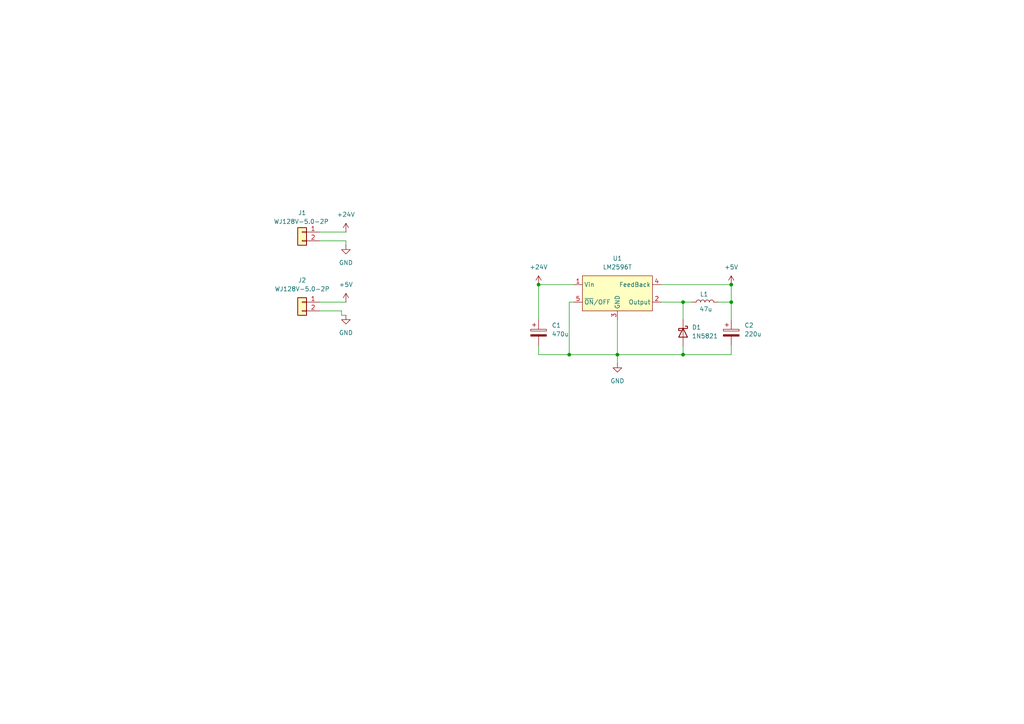
<source format=kicad_sch>
(kicad_sch
	(version 20250114)
	(generator "eeschema")
	(generator_version "9.0")
	(uuid "bc97a9c9-4b7d-42ca-bbc4-84bc0cf4423e")
	(paper "A4")
	(lib_symbols
		(symbol "ANLACO:LM2596T"
			(exclude_from_sim no)
			(in_bom yes)
			(on_board yes)
			(property "Reference" "U"
				(at -9.144 6.35 0)
				(effects
					(font
						(size 1.27 1.27)
					)
				)
			)
			(property "Value" "LM2596T"
				(at 6.096 6.096 0)
				(effects
					(font
						(size 1.27 1.27)
					)
				)
			)
			(property "Footprint" ""
				(at -2.54 -3.81 0)
				(effects
					(font
						(size 1.27 1.27)
					)
					(hide yes)
				)
			)
			(property "Datasheet" ""
				(at -2.54 -3.81 0)
				(effects
					(font
						(size 1.27 1.27)
					)
					(hide yes)
				)
			)
			(property "Description" ""
				(at -2.54 -3.81 0)
				(effects
					(font
						(size 1.27 1.27)
					)
					(hide yes)
				)
			)
			(symbol "LM2596T_0_1"
				(rectangle
					(start -10.16 5.08)
					(end 10.16 -5.08)
					(stroke
						(width 0)
						(type default)
					)
					(fill
						(type background)
					)
				)
			)
			(symbol "LM2596T_1_1"
				(pin input line
					(at -12.7 2.54 0)
					(length 2.54)
					(name "Vin"
						(effects
							(font
								(size 1.27 1.27)
							)
						)
					)
					(number "1"
						(effects
							(font
								(size 1.27 1.27)
							)
						)
					)
				)
				(pin output line
					(at -12.7 -2.54 0)
					(length 2.54)
					(name "~{ON}/OFF"
						(effects
							(font
								(size 1.27 1.27)
							)
						)
					)
					(number "5"
						(effects
							(font
								(size 1.27 1.27)
							)
						)
					)
				)
				(pin output line
					(at 0 -7.62 90)
					(length 2.54)
					(name "GND"
						(effects
							(font
								(size 1.27 1.27)
							)
						)
					)
					(number "3"
						(effects
							(font
								(size 1.27 1.27)
							)
						)
					)
				)
				(pin input line
					(at 12.7 2.54 180)
					(length 2.54)
					(name "FeedBack"
						(effects
							(font
								(size 1.27 1.27)
							)
						)
					)
					(number "4"
						(effects
							(font
								(size 1.27 1.27)
							)
						)
					)
				)
				(pin output line
					(at 12.7 -2.54 180)
					(length 2.54)
					(name "Output"
						(effects
							(font
								(size 1.27 1.27)
							)
						)
					)
					(number "2"
						(effects
							(font
								(size 1.27 1.27)
							)
						)
					)
				)
			)
			(embedded_fonts no)
		)
		(symbol "Connector_Generic:Conn_01x02"
			(pin_names
				(offset 1.016)
				(hide yes)
			)
			(exclude_from_sim no)
			(in_bom yes)
			(on_board yes)
			(property "Reference" "J"
				(at 0 2.54 0)
				(effects
					(font
						(size 1.27 1.27)
					)
				)
			)
			(property "Value" "Conn_01x02"
				(at 0 -5.08 0)
				(effects
					(font
						(size 1.27 1.27)
					)
				)
			)
			(property "Footprint" ""
				(at 0 0 0)
				(effects
					(font
						(size 1.27 1.27)
					)
					(hide yes)
				)
			)
			(property "Datasheet" "~"
				(at 0 0 0)
				(effects
					(font
						(size 1.27 1.27)
					)
					(hide yes)
				)
			)
			(property "Description" "Generic connector, single row, 01x02, script generated (kicad-library-utils/schlib/autogen/connector/)"
				(at 0 0 0)
				(effects
					(font
						(size 1.27 1.27)
					)
					(hide yes)
				)
			)
			(property "ki_keywords" "connector"
				(at 0 0 0)
				(effects
					(font
						(size 1.27 1.27)
					)
					(hide yes)
				)
			)
			(property "ki_fp_filters" "Connector*:*_1x??_*"
				(at 0 0 0)
				(effects
					(font
						(size 1.27 1.27)
					)
					(hide yes)
				)
			)
			(symbol "Conn_01x02_1_1"
				(rectangle
					(start -1.27 1.27)
					(end 1.27 -3.81)
					(stroke
						(width 0.254)
						(type default)
					)
					(fill
						(type background)
					)
				)
				(rectangle
					(start -1.27 0.127)
					(end 0 -0.127)
					(stroke
						(width 0.1524)
						(type default)
					)
					(fill
						(type none)
					)
				)
				(rectangle
					(start -1.27 -2.413)
					(end 0 -2.667)
					(stroke
						(width 0.1524)
						(type default)
					)
					(fill
						(type none)
					)
				)
				(pin passive line
					(at -5.08 0 0)
					(length 3.81)
					(name "Pin_1"
						(effects
							(font
								(size 1.27 1.27)
							)
						)
					)
					(number "1"
						(effects
							(font
								(size 1.27 1.27)
							)
						)
					)
				)
				(pin passive line
					(at -5.08 -2.54 0)
					(length 3.81)
					(name "Pin_2"
						(effects
							(font
								(size 1.27 1.27)
							)
						)
					)
					(number "2"
						(effects
							(font
								(size 1.27 1.27)
							)
						)
					)
				)
			)
			(embedded_fonts no)
		)
		(symbol "Device:C_Polarized"
			(pin_numbers
				(hide yes)
			)
			(pin_names
				(offset 0.254)
			)
			(exclude_from_sim no)
			(in_bom yes)
			(on_board yes)
			(property "Reference" "C"
				(at 0.635 2.54 0)
				(effects
					(font
						(size 1.27 1.27)
					)
					(justify left)
				)
			)
			(property "Value" "C_Polarized"
				(at 0.635 -2.54 0)
				(effects
					(font
						(size 1.27 1.27)
					)
					(justify left)
				)
			)
			(property "Footprint" ""
				(at 0.9652 -3.81 0)
				(effects
					(font
						(size 1.27 1.27)
					)
					(hide yes)
				)
			)
			(property "Datasheet" "~"
				(at 0 0 0)
				(effects
					(font
						(size 1.27 1.27)
					)
					(hide yes)
				)
			)
			(property "Description" "Polarized capacitor"
				(at 0 0 0)
				(effects
					(font
						(size 1.27 1.27)
					)
					(hide yes)
				)
			)
			(property "ki_keywords" "cap capacitor"
				(at 0 0 0)
				(effects
					(font
						(size 1.27 1.27)
					)
					(hide yes)
				)
			)
			(property "ki_fp_filters" "CP_*"
				(at 0 0 0)
				(effects
					(font
						(size 1.27 1.27)
					)
					(hide yes)
				)
			)
			(symbol "C_Polarized_0_1"
				(rectangle
					(start -2.286 0.508)
					(end 2.286 1.016)
					(stroke
						(width 0)
						(type default)
					)
					(fill
						(type none)
					)
				)
				(polyline
					(pts
						(xy -1.778 2.286) (xy -0.762 2.286)
					)
					(stroke
						(width 0)
						(type default)
					)
					(fill
						(type none)
					)
				)
				(polyline
					(pts
						(xy -1.27 2.794) (xy -1.27 1.778)
					)
					(stroke
						(width 0)
						(type default)
					)
					(fill
						(type none)
					)
				)
				(rectangle
					(start 2.286 -0.508)
					(end -2.286 -1.016)
					(stroke
						(width 0)
						(type default)
					)
					(fill
						(type outline)
					)
				)
			)
			(symbol "C_Polarized_1_1"
				(pin passive line
					(at 0 3.81 270)
					(length 2.794)
					(name "~"
						(effects
							(font
								(size 1.27 1.27)
							)
						)
					)
					(number "1"
						(effects
							(font
								(size 1.27 1.27)
							)
						)
					)
				)
				(pin passive line
					(at 0 -3.81 90)
					(length 2.794)
					(name "~"
						(effects
							(font
								(size 1.27 1.27)
							)
						)
					)
					(number "2"
						(effects
							(font
								(size 1.27 1.27)
							)
						)
					)
				)
			)
			(embedded_fonts no)
		)
		(symbol "Device:L"
			(pin_numbers
				(hide yes)
			)
			(pin_names
				(offset 1.016)
				(hide yes)
			)
			(exclude_from_sim no)
			(in_bom yes)
			(on_board yes)
			(property "Reference" "L"
				(at -1.27 0 90)
				(effects
					(font
						(size 1.27 1.27)
					)
				)
			)
			(property "Value" "L"
				(at 1.905 0 90)
				(effects
					(font
						(size 1.27 1.27)
					)
				)
			)
			(property "Footprint" ""
				(at 0 0 0)
				(effects
					(font
						(size 1.27 1.27)
					)
					(hide yes)
				)
			)
			(property "Datasheet" "~"
				(at 0 0 0)
				(effects
					(font
						(size 1.27 1.27)
					)
					(hide yes)
				)
			)
			(property "Description" "Inductor"
				(at 0 0 0)
				(effects
					(font
						(size 1.27 1.27)
					)
					(hide yes)
				)
			)
			(property "ki_keywords" "inductor choke coil reactor magnetic"
				(at 0 0 0)
				(effects
					(font
						(size 1.27 1.27)
					)
					(hide yes)
				)
			)
			(property "ki_fp_filters" "Choke_* *Coil* Inductor_* L_*"
				(at 0 0 0)
				(effects
					(font
						(size 1.27 1.27)
					)
					(hide yes)
				)
			)
			(symbol "L_0_1"
				(arc
					(start 0 2.54)
					(mid 0.6323 1.905)
					(end 0 1.27)
					(stroke
						(width 0)
						(type default)
					)
					(fill
						(type none)
					)
				)
				(arc
					(start 0 1.27)
					(mid 0.6323 0.635)
					(end 0 0)
					(stroke
						(width 0)
						(type default)
					)
					(fill
						(type none)
					)
				)
				(arc
					(start 0 0)
					(mid 0.6323 -0.635)
					(end 0 -1.27)
					(stroke
						(width 0)
						(type default)
					)
					(fill
						(type none)
					)
				)
				(arc
					(start 0 -1.27)
					(mid 0.6323 -1.905)
					(end 0 -2.54)
					(stroke
						(width 0)
						(type default)
					)
					(fill
						(type none)
					)
				)
			)
			(symbol "L_1_1"
				(pin passive line
					(at 0 3.81 270)
					(length 1.27)
					(name "1"
						(effects
							(font
								(size 1.27 1.27)
							)
						)
					)
					(number "1"
						(effects
							(font
								(size 1.27 1.27)
							)
						)
					)
				)
				(pin passive line
					(at 0 -3.81 90)
					(length 1.27)
					(name "2"
						(effects
							(font
								(size 1.27 1.27)
							)
						)
					)
					(number "2"
						(effects
							(font
								(size 1.27 1.27)
							)
						)
					)
				)
			)
			(embedded_fonts no)
		)
		(symbol "Diode:1N5821"
			(pin_numbers
				(hide yes)
			)
			(pin_names
				(offset 1.016)
				(hide yes)
			)
			(exclude_from_sim no)
			(in_bom yes)
			(on_board yes)
			(property "Reference" "D"
				(at 0 2.54 0)
				(effects
					(font
						(size 1.27 1.27)
					)
				)
			)
			(property "Value" "1N5821"
				(at 0 -2.54 0)
				(effects
					(font
						(size 1.27 1.27)
					)
				)
			)
			(property "Footprint" "Diode_THT:D_DO-201AD_P15.24mm_Horizontal"
				(at 0 -4.445 0)
				(effects
					(font
						(size 1.27 1.27)
					)
					(hide yes)
				)
			)
			(property "Datasheet" "http://www.vishay.com/docs/88526/1n5820.pdf"
				(at 0 0 0)
				(effects
					(font
						(size 1.27 1.27)
					)
					(hide yes)
				)
			)
			(property "Description" "30V 3A Schottky Barrier Rectifier Diode, DO-201AD"
				(at 0 0 0)
				(effects
					(font
						(size 1.27 1.27)
					)
					(hide yes)
				)
			)
			(property "ki_keywords" "diode Schottky"
				(at 0 0 0)
				(effects
					(font
						(size 1.27 1.27)
					)
					(hide yes)
				)
			)
			(property "ki_fp_filters" "D*DO?201AD*"
				(at 0 0 0)
				(effects
					(font
						(size 1.27 1.27)
					)
					(hide yes)
				)
			)
			(symbol "1N5821_0_1"
				(polyline
					(pts
						(xy -1.905 0.635) (xy -1.905 1.27) (xy -1.27 1.27) (xy -1.27 -1.27) (xy -0.635 -1.27) (xy -0.635 -0.635)
					)
					(stroke
						(width 0.254)
						(type default)
					)
					(fill
						(type none)
					)
				)
				(polyline
					(pts
						(xy 1.27 1.27) (xy 1.27 -1.27) (xy -1.27 0) (xy 1.27 1.27)
					)
					(stroke
						(width 0.254)
						(type default)
					)
					(fill
						(type none)
					)
				)
				(polyline
					(pts
						(xy 1.27 0) (xy -1.27 0)
					)
					(stroke
						(width 0)
						(type default)
					)
					(fill
						(type none)
					)
				)
			)
			(symbol "1N5821_1_1"
				(pin passive line
					(at -3.81 0 0)
					(length 2.54)
					(name "K"
						(effects
							(font
								(size 1.27 1.27)
							)
						)
					)
					(number "1"
						(effects
							(font
								(size 1.27 1.27)
							)
						)
					)
				)
				(pin passive line
					(at 3.81 0 180)
					(length 2.54)
					(name "A"
						(effects
							(font
								(size 1.27 1.27)
							)
						)
					)
					(number "2"
						(effects
							(font
								(size 1.27 1.27)
							)
						)
					)
				)
			)
			(embedded_fonts no)
		)
		(symbol "power:+24V"
			(power)
			(pin_numbers
				(hide yes)
			)
			(pin_names
				(offset 0)
				(hide yes)
			)
			(exclude_from_sim no)
			(in_bom yes)
			(on_board yes)
			(property "Reference" "#PWR"
				(at 0 -3.81 0)
				(effects
					(font
						(size 1.27 1.27)
					)
					(hide yes)
				)
			)
			(property "Value" "+24V"
				(at 0 3.556 0)
				(effects
					(font
						(size 1.27 1.27)
					)
				)
			)
			(property "Footprint" ""
				(at 0 0 0)
				(effects
					(font
						(size 1.27 1.27)
					)
					(hide yes)
				)
			)
			(property "Datasheet" ""
				(at 0 0 0)
				(effects
					(font
						(size 1.27 1.27)
					)
					(hide yes)
				)
			)
			(property "Description" "Power symbol creates a global label with name \"+24V\""
				(at 0 0 0)
				(effects
					(font
						(size 1.27 1.27)
					)
					(hide yes)
				)
			)
			(property "ki_keywords" "global power"
				(at 0 0 0)
				(effects
					(font
						(size 1.27 1.27)
					)
					(hide yes)
				)
			)
			(symbol "+24V_0_1"
				(polyline
					(pts
						(xy -0.762 1.27) (xy 0 2.54)
					)
					(stroke
						(width 0)
						(type default)
					)
					(fill
						(type none)
					)
				)
				(polyline
					(pts
						(xy 0 2.54) (xy 0.762 1.27)
					)
					(stroke
						(width 0)
						(type default)
					)
					(fill
						(type none)
					)
				)
				(polyline
					(pts
						(xy 0 0) (xy 0 2.54)
					)
					(stroke
						(width 0)
						(type default)
					)
					(fill
						(type none)
					)
				)
			)
			(symbol "+24V_1_1"
				(pin power_in line
					(at 0 0 90)
					(length 0)
					(name "~"
						(effects
							(font
								(size 1.27 1.27)
							)
						)
					)
					(number "1"
						(effects
							(font
								(size 1.27 1.27)
							)
						)
					)
				)
			)
			(embedded_fonts no)
		)
		(symbol "power:+5V"
			(power)
			(pin_numbers
				(hide yes)
			)
			(pin_names
				(offset 0)
				(hide yes)
			)
			(exclude_from_sim no)
			(in_bom yes)
			(on_board yes)
			(property "Reference" "#PWR"
				(at 0 -3.81 0)
				(effects
					(font
						(size 1.27 1.27)
					)
					(hide yes)
				)
			)
			(property "Value" "+5V"
				(at 0 3.556 0)
				(effects
					(font
						(size 1.27 1.27)
					)
				)
			)
			(property "Footprint" ""
				(at 0 0 0)
				(effects
					(font
						(size 1.27 1.27)
					)
					(hide yes)
				)
			)
			(property "Datasheet" ""
				(at 0 0 0)
				(effects
					(font
						(size 1.27 1.27)
					)
					(hide yes)
				)
			)
			(property "Description" "Power symbol creates a global label with name \"+5V\""
				(at 0 0 0)
				(effects
					(font
						(size 1.27 1.27)
					)
					(hide yes)
				)
			)
			(property "ki_keywords" "global power"
				(at 0 0 0)
				(effects
					(font
						(size 1.27 1.27)
					)
					(hide yes)
				)
			)
			(symbol "+5V_0_1"
				(polyline
					(pts
						(xy -0.762 1.27) (xy 0 2.54)
					)
					(stroke
						(width 0)
						(type default)
					)
					(fill
						(type none)
					)
				)
				(polyline
					(pts
						(xy 0 2.54) (xy 0.762 1.27)
					)
					(stroke
						(width 0)
						(type default)
					)
					(fill
						(type none)
					)
				)
				(polyline
					(pts
						(xy 0 0) (xy 0 2.54)
					)
					(stroke
						(width 0)
						(type default)
					)
					(fill
						(type none)
					)
				)
			)
			(symbol "+5V_1_1"
				(pin power_in line
					(at 0 0 90)
					(length 0)
					(name "~"
						(effects
							(font
								(size 1.27 1.27)
							)
						)
					)
					(number "1"
						(effects
							(font
								(size 1.27 1.27)
							)
						)
					)
				)
			)
			(embedded_fonts no)
		)
		(symbol "power:GND"
			(power)
			(pin_numbers
				(hide yes)
			)
			(pin_names
				(offset 0)
				(hide yes)
			)
			(exclude_from_sim no)
			(in_bom yes)
			(on_board yes)
			(property "Reference" "#PWR"
				(at 0 -6.35 0)
				(effects
					(font
						(size 1.27 1.27)
					)
					(hide yes)
				)
			)
			(property "Value" "GND"
				(at 0 -3.81 0)
				(effects
					(font
						(size 1.27 1.27)
					)
				)
			)
			(property "Footprint" ""
				(at 0 0 0)
				(effects
					(font
						(size 1.27 1.27)
					)
					(hide yes)
				)
			)
			(property "Datasheet" ""
				(at 0 0 0)
				(effects
					(font
						(size 1.27 1.27)
					)
					(hide yes)
				)
			)
			(property "Description" "Power symbol creates a global label with name \"GND\" , ground"
				(at 0 0 0)
				(effects
					(font
						(size 1.27 1.27)
					)
					(hide yes)
				)
			)
			(property "ki_keywords" "global power"
				(at 0 0 0)
				(effects
					(font
						(size 1.27 1.27)
					)
					(hide yes)
				)
			)
			(symbol "GND_0_1"
				(polyline
					(pts
						(xy 0 0) (xy 0 -1.27) (xy 1.27 -1.27) (xy 0 -2.54) (xy -1.27 -1.27) (xy 0 -1.27)
					)
					(stroke
						(width 0)
						(type default)
					)
					(fill
						(type none)
					)
				)
			)
			(symbol "GND_1_1"
				(pin power_in line
					(at 0 0 270)
					(length 0)
					(name "~"
						(effects
							(font
								(size 1.27 1.27)
							)
						)
					)
					(number "1"
						(effects
							(font
								(size 1.27 1.27)
							)
						)
					)
				)
			)
			(embedded_fonts no)
		)
	)
	(junction
		(at 212.09 82.55)
		(diameter 0)
		(color 0 0 0 0)
		(uuid "35c640ea-d336-4f28-859b-f37f3083f647")
	)
	(junction
		(at 179.07 102.87)
		(diameter 0)
		(color 0 0 0 0)
		(uuid "4ce1d7f7-3de7-4062-8f95-41488ebfa8e5")
	)
	(junction
		(at 212.09 87.63)
		(diameter 0)
		(color 0 0 0 0)
		(uuid "5b74c526-7581-46f9-84e6-7213c5c701f4")
	)
	(junction
		(at 165.1 102.87)
		(diameter 0)
		(color 0 0 0 0)
		(uuid "7d90c287-1fbf-4195-8871-9dc23221d07d")
	)
	(junction
		(at 198.12 87.63)
		(diameter 0)
		(color 0 0 0 0)
		(uuid "b0051d57-d6ff-4cd3-9198-de4ae9fda0a2")
	)
	(junction
		(at 198.12 102.87)
		(diameter 0)
		(color 0 0 0 0)
		(uuid "b3e85ba1-19e5-44b6-970a-a3a0719f2b27")
	)
	(junction
		(at 156.21 82.55)
		(diameter 0)
		(color 0 0 0 0)
		(uuid "d039d65f-1a12-4b0f-8a5a-e4013f12022e")
	)
	(wire
		(pts
			(xy 212.09 82.55) (xy 212.09 87.63)
		)
		(stroke
			(width 0)
			(type default)
		)
		(uuid "189bce9f-510d-40b6-b703-ecc16e973328")
	)
	(wire
		(pts
			(xy 198.12 92.71) (xy 198.12 87.63)
		)
		(stroke
			(width 0)
			(type default)
		)
		(uuid "2e798ffe-678f-4681-acf7-e1702cdd8768")
	)
	(wire
		(pts
			(xy 212.09 87.63) (xy 212.09 92.71)
		)
		(stroke
			(width 0)
			(type default)
		)
		(uuid "31d7fc61-28a4-45d9-922a-444d72a43027")
	)
	(wire
		(pts
			(xy 99.06 90.17) (xy 99.06 91.44)
		)
		(stroke
			(width 0)
			(type default)
		)
		(uuid "3647bcbb-bf2d-41e9-a69f-83cdb877031c")
	)
	(wire
		(pts
			(xy 99.06 91.44) (xy 100.33 91.44)
		)
		(stroke
			(width 0)
			(type default)
		)
		(uuid "3cde2a8e-0bc0-45a5-a6bb-b8eaacb04319")
	)
	(wire
		(pts
			(xy 156.21 102.87) (xy 165.1 102.87)
		)
		(stroke
			(width 0)
			(type default)
		)
		(uuid "4005215b-fca9-4145-b9bc-939d0fc89237")
	)
	(wire
		(pts
			(xy 179.07 102.87) (xy 179.07 105.41)
		)
		(stroke
			(width 0)
			(type default)
		)
		(uuid "538d5e1a-a12b-4039-b81b-09e3590b1dcf")
	)
	(wire
		(pts
			(xy 165.1 102.87) (xy 179.07 102.87)
		)
		(stroke
			(width 0)
			(type default)
		)
		(uuid "5e27295f-fbab-488b-bfd1-1647c70069a6")
	)
	(wire
		(pts
			(xy 156.21 100.33) (xy 156.21 102.87)
		)
		(stroke
			(width 0)
			(type default)
		)
		(uuid "5f88b0e2-1b4d-43bc-80de-340a7aa737cc")
	)
	(wire
		(pts
			(xy 100.33 69.85) (xy 100.33 71.12)
		)
		(stroke
			(width 0)
			(type default)
		)
		(uuid "648401b8-cecb-4367-8073-7fb5dd3af68a")
	)
	(wire
		(pts
			(xy 212.09 100.33) (xy 212.09 102.87)
		)
		(stroke
			(width 0)
			(type default)
		)
		(uuid "68019ae1-808e-45b6-8c7a-3a744c8205ee")
	)
	(wire
		(pts
			(xy 92.71 90.17) (xy 99.06 90.17)
		)
		(stroke
			(width 0)
			(type default)
		)
		(uuid "800a4c7e-0720-44e5-94f1-0e73a003056b")
	)
	(wire
		(pts
			(xy 198.12 87.63) (xy 200.66 87.63)
		)
		(stroke
			(width 0)
			(type default)
		)
		(uuid "84dd1cd8-4acf-4790-9d13-9f8e6d0ff8c2")
	)
	(wire
		(pts
			(xy 198.12 102.87) (xy 179.07 102.87)
		)
		(stroke
			(width 0)
			(type default)
		)
		(uuid "87e54354-f6f9-4eec-8dff-2d5a82e596fc")
	)
	(wire
		(pts
			(xy 198.12 87.63) (xy 191.77 87.63)
		)
		(stroke
			(width 0)
			(type default)
		)
		(uuid "8f60a0f4-ba2d-4dcd-bf20-760eb0190996")
	)
	(wire
		(pts
			(xy 208.28 87.63) (xy 212.09 87.63)
		)
		(stroke
			(width 0)
			(type default)
		)
		(uuid "91becc6f-d86a-4322-a001-d09541f2b026")
	)
	(wire
		(pts
			(xy 198.12 100.33) (xy 198.12 102.87)
		)
		(stroke
			(width 0)
			(type default)
		)
		(uuid "a666390d-c74d-4055-8a86-0275b7b76429")
	)
	(wire
		(pts
			(xy 92.71 67.31) (xy 100.33 67.31)
		)
		(stroke
			(width 0)
			(type default)
		)
		(uuid "b4f35c0d-7a02-49f3-a01b-acd7800bc647")
	)
	(wire
		(pts
			(xy 191.77 82.55) (xy 212.09 82.55)
		)
		(stroke
			(width 0)
			(type default)
		)
		(uuid "b7fd7985-3e7e-4930-8b92-39ccab94f5eb")
	)
	(wire
		(pts
			(xy 166.37 87.63) (xy 165.1 87.63)
		)
		(stroke
			(width 0)
			(type default)
		)
		(uuid "c26c9395-98ff-47e7-94d6-2d2acafa9697")
	)
	(wire
		(pts
			(xy 165.1 87.63) (xy 165.1 102.87)
		)
		(stroke
			(width 0)
			(type default)
		)
		(uuid "c336ec4b-146a-4755-8311-c5152df759d8")
	)
	(wire
		(pts
			(xy 212.09 102.87) (xy 198.12 102.87)
		)
		(stroke
			(width 0)
			(type default)
		)
		(uuid "db1ab1e4-c958-4bf0-8ca0-cdd452c990e9")
	)
	(wire
		(pts
			(xy 92.71 87.63) (xy 100.33 87.63)
		)
		(stroke
			(width 0)
			(type default)
		)
		(uuid "dd53bc76-b9ac-438d-8515-9f1b54c3c9a7")
	)
	(wire
		(pts
			(xy 156.21 92.71) (xy 156.21 82.55)
		)
		(stroke
			(width 0)
			(type default)
		)
		(uuid "e23ce27d-45ea-419e-9905-009d0972551c")
	)
	(wire
		(pts
			(xy 156.21 82.55) (xy 166.37 82.55)
		)
		(stroke
			(width 0)
			(type default)
		)
		(uuid "eab3a535-257e-4ef1-b402-5f63519683e8")
	)
	(wire
		(pts
			(xy 92.71 69.85) (xy 100.33 69.85)
		)
		(stroke
			(width 0)
			(type default)
		)
		(uuid "fa138810-3d57-42b4-9120-7cc9a368c911")
	)
	(wire
		(pts
			(xy 179.07 92.71) (xy 179.07 102.87)
		)
		(stroke
			(width 0)
			(type default)
		)
		(uuid "fd5b9551-f02c-4d97-8451-c734761ca7db")
	)
	(symbol
		(lib_id "Diode:1N5821")
		(at 198.12 96.52 270)
		(unit 1)
		(exclude_from_sim no)
		(in_bom yes)
		(on_board yes)
		(dnp no)
		(fields_autoplaced yes)
		(uuid "0137b79f-1fac-49a4-8cd7-5ea6c648bb51")
		(property "Reference" "D1"
			(at 200.66 94.9324 90)
			(effects
				(font
					(size 1.27 1.27)
				)
				(justify left)
			)
		)
		(property "Value" "1N5821"
			(at 200.66 97.4724 90)
			(effects
				(font
					(size 1.27 1.27)
				)
				(justify left)
			)
		)
		(property "Footprint" "Diode_THT:D_DO-201AD_P15.24mm_Horizontal"
			(at 193.675 96.52 0)
			(effects
				(font
					(size 1.27 1.27)
				)
				(hide yes)
			)
		)
		(property "Datasheet" "http://www.vishay.com/docs/88526/1n5820.pdf"
			(at 198.12 96.52 0)
			(effects
				(font
					(size 1.27 1.27)
				)
				(hide yes)
			)
		)
		(property "Description" "30V 3A Schottky Barrier Rectifier Diode, DO-201AD"
			(at 198.12 96.52 0)
			(effects
				(font
					(size 1.27 1.27)
				)
				(hide yes)
			)
		)
		(pin "1"
			(uuid "026f759b-b9ed-492f-94ad-11742cf3a494")
		)
		(pin "2"
			(uuid "1a692653-66e3-4ac3-96ab-900c85982780")
		)
		(instances
			(project "ESP-32-3DPRINTER-SHIELD"
				(path "/6c3ddc55-becd-433f-9ee2-a4e1108d5eba/c3da7e6f-427a-44cd-ab3f-ff3af211e9bd"
					(reference "D1")
					(unit 1)
				)
			)
		)
	)
	(symbol
		(lib_id "ANLACO:LM2596T")
		(at 179.07 85.09 0)
		(unit 1)
		(exclude_from_sim no)
		(in_bom yes)
		(on_board yes)
		(dnp no)
		(fields_autoplaced yes)
		(uuid "1eb0746e-7ebe-41b3-a952-dbd468d60dc0")
		(property "Reference" "U1"
			(at 179.07 74.93 0)
			(effects
				(font
					(size 1.27 1.27)
				)
			)
		)
		(property "Value" "LM2596T"
			(at 179.07 77.47 0)
			(effects
				(font
					(size 1.27 1.27)
				)
			)
		)
		(property "Footprint" "Package_TO_SOT_THT:TO-220-5_Vertical"
			(at 176.53 88.9 0)
			(effects
				(font
					(size 1.27 1.27)
				)
				(hide yes)
			)
		)
		(property "Datasheet" "https://www.lcsc.com/datasheet/lcsc_datasheet_2411121110_XBLW-LM2596T-5-0-XBLW_C41361394.pdf"
			(at 176.53 88.9 0)
			(effects
				(font
					(size 1.27 1.27)
				)
				(hide yes)
			)
		)
		(property "Description" ""
			(at 176.53 88.9 0)
			(effects
				(font
					(size 1.27 1.27)
				)
				(hide yes)
			)
		)
		(pin "1"
			(uuid "fcf880bd-0324-4872-9e80-063e392634e8")
		)
		(pin "4"
			(uuid "99e19a81-eef4-4db7-932a-d971f5f4a2ba")
		)
		(pin "2"
			(uuid "ba7afc5e-1e48-4b0f-8bc1-6680ce1c903e")
		)
		(pin "5"
			(uuid "1353ba52-2de9-4fb3-9deb-926fca3839d7")
		)
		(pin "3"
			(uuid "3f7e8757-c950-4d45-acc3-0a186a970648")
		)
		(instances
			(project "ESP-32-3DPRINTER-SHIELD"
				(path "/6c3ddc55-becd-433f-9ee2-a4e1108d5eba/c3da7e6f-427a-44cd-ab3f-ff3af211e9bd"
					(reference "U1")
					(unit 1)
				)
			)
		)
	)
	(symbol
		(lib_id "power:+5V")
		(at 100.33 87.63 0)
		(mirror y)
		(unit 1)
		(exclude_from_sim no)
		(in_bom yes)
		(on_board yes)
		(dnp no)
		(fields_autoplaced yes)
		(uuid "21d26d84-0e16-4259-9645-a6fa967a77d2")
		(property "Reference" "#PWR03"
			(at 100.33 91.44 0)
			(effects
				(font
					(size 1.27 1.27)
				)
				(hide yes)
			)
		)
		(property "Value" "+5V"
			(at 100.33 82.55 0)
			(effects
				(font
					(size 1.27 1.27)
				)
			)
		)
		(property "Footprint" ""
			(at 100.33 87.63 0)
			(effects
				(font
					(size 1.27 1.27)
				)
				(hide yes)
			)
		)
		(property "Datasheet" ""
			(at 100.33 87.63 0)
			(effects
				(font
					(size 1.27 1.27)
				)
				(hide yes)
			)
		)
		(property "Description" "Power symbol creates a global label with name \"+5V\""
			(at 100.33 87.63 0)
			(effects
				(font
					(size 1.27 1.27)
				)
				(hide yes)
			)
		)
		(pin "1"
			(uuid "862bafc3-93ac-4f3b-bd05-129f611e9e5f")
		)
		(instances
			(project "ESP-32-3DPRINTER-SHIELD"
				(path "/6c3ddc55-becd-433f-9ee2-a4e1108d5eba/c3da7e6f-427a-44cd-ab3f-ff3af211e9bd"
					(reference "#PWR03")
					(unit 1)
				)
			)
		)
	)
	(symbol
		(lib_id "Device:C_Polarized")
		(at 212.09 96.52 0)
		(unit 1)
		(exclude_from_sim no)
		(in_bom yes)
		(on_board yes)
		(dnp no)
		(fields_autoplaced yes)
		(uuid "3af3fd06-b9ad-4ada-abc9-b8e1ab452147")
		(property "Reference" "C2"
			(at 215.9 94.3609 0)
			(effects
				(font
					(size 1.27 1.27)
				)
				(justify left)
			)
		)
		(property "Value" "220u"
			(at 215.9 96.9009 0)
			(effects
				(font
					(size 1.27 1.27)
				)
				(justify left)
			)
		)
		(property "Footprint" ""
			(at 213.0552 100.33 0)
			(effects
				(font
					(size 1.27 1.27)
				)
				(hide yes)
			)
		)
		(property "Datasheet" "~"
			(at 212.09 96.52 0)
			(effects
				(font
					(size 1.27 1.27)
				)
				(hide yes)
			)
		)
		(property "Description" "Polarized capacitor"
			(at 212.09 96.52 0)
			(effects
				(font
					(size 1.27 1.27)
				)
				(hide yes)
			)
		)
		(pin "1"
			(uuid "c8befb19-8993-4584-802d-edd53e13cd3b")
		)
		(pin "2"
			(uuid "3ccb296f-12de-4d20-a0d9-107175cad511")
		)
		(instances
			(project "ESP-32-3DPRINTER-SHIELD"
				(path "/6c3ddc55-becd-433f-9ee2-a4e1108d5eba/c3da7e6f-427a-44cd-ab3f-ff3af211e9bd"
					(reference "C2")
					(unit 1)
				)
			)
		)
	)
	(symbol
		(lib_id "power:GND")
		(at 100.33 71.12 0)
		(unit 1)
		(exclude_from_sim no)
		(in_bom yes)
		(on_board yes)
		(dnp no)
		(fields_autoplaced yes)
		(uuid "5e678862-0701-4bfe-8321-b5ccac899fe3")
		(property "Reference" "#PWR02"
			(at 100.33 77.47 0)
			(effects
				(font
					(size 1.27 1.27)
				)
				(hide yes)
			)
		)
		(property "Value" "GND"
			(at 100.33 76.2 0)
			(effects
				(font
					(size 1.27 1.27)
				)
			)
		)
		(property "Footprint" ""
			(at 100.33 71.12 0)
			(effects
				(font
					(size 1.27 1.27)
				)
				(hide yes)
			)
		)
		(property "Datasheet" ""
			(at 100.33 71.12 0)
			(effects
				(font
					(size 1.27 1.27)
				)
				(hide yes)
			)
		)
		(property "Description" "Power symbol creates a global label with name \"GND\" , ground"
			(at 100.33 71.12 0)
			(effects
				(font
					(size 1.27 1.27)
				)
				(hide yes)
			)
		)
		(pin "1"
			(uuid "5a71376d-7ad0-43ad-a0c5-5796781d5993")
		)
		(instances
			(project "ESP-32-3DPRINTER-SHIELD"
				(path "/6c3ddc55-becd-433f-9ee2-a4e1108d5eba/c3da7e6f-427a-44cd-ab3f-ff3af211e9bd"
					(reference "#PWR02")
					(unit 1)
				)
			)
		)
	)
	(symbol
		(lib_id "power:+5V")
		(at 212.09 82.55 0)
		(unit 1)
		(exclude_from_sim no)
		(in_bom yes)
		(on_board yes)
		(dnp no)
		(fields_autoplaced yes)
		(uuid "688706d9-9921-4b61-88d2-8fb56726da56")
		(property "Reference" "#PWR07"
			(at 212.09 86.36 0)
			(effects
				(font
					(size 1.27 1.27)
				)
				(hide yes)
			)
		)
		(property "Value" "+5V"
			(at 212.09 77.47 0)
			(effects
				(font
					(size 1.27 1.27)
				)
			)
		)
		(property "Footprint" ""
			(at 212.09 82.55 0)
			(effects
				(font
					(size 1.27 1.27)
				)
				(hide yes)
			)
		)
		(property "Datasheet" ""
			(at 212.09 82.55 0)
			(effects
				(font
					(size 1.27 1.27)
				)
				(hide yes)
			)
		)
		(property "Description" "Power symbol creates a global label with name \"+5V\""
			(at 212.09 82.55 0)
			(effects
				(font
					(size 1.27 1.27)
				)
				(hide yes)
			)
		)
		(pin "1"
			(uuid "4f8ebdf0-12e7-4619-b066-25ee7da5bf74")
		)
		(instances
			(project "ESP-32-3DPRINTER-SHIELD"
				(path "/6c3ddc55-becd-433f-9ee2-a4e1108d5eba/c3da7e6f-427a-44cd-ab3f-ff3af211e9bd"
					(reference "#PWR07")
					(unit 1)
				)
			)
		)
	)
	(symbol
		(lib_id "Device:C_Polarized")
		(at 156.21 96.52 0)
		(unit 1)
		(exclude_from_sim no)
		(in_bom yes)
		(on_board yes)
		(dnp no)
		(fields_autoplaced yes)
		(uuid "aab372ae-e6f2-4d90-856b-21008e93540d")
		(property "Reference" "C1"
			(at 160.02 94.3609 0)
			(effects
				(font
					(size 1.27 1.27)
				)
				(justify left)
			)
		)
		(property "Value" "470u"
			(at 160.02 96.9009 0)
			(effects
				(font
					(size 1.27 1.27)
				)
				(justify left)
			)
		)
		(property "Footprint" ""
			(at 157.1752 100.33 0)
			(effects
				(font
					(size 1.27 1.27)
				)
				(hide yes)
			)
		)
		(property "Datasheet" "~"
			(at 156.21 96.52 0)
			(effects
				(font
					(size 1.27 1.27)
				)
				(hide yes)
			)
		)
		(property "Description" "Polarized capacitor"
			(at 156.21 96.52 0)
			(effects
				(font
					(size 1.27 1.27)
				)
				(hide yes)
			)
		)
		(pin "1"
			(uuid "9d6c1e49-6783-45f1-aba0-450a98519104")
		)
		(pin "2"
			(uuid "08a29aa3-e2da-46f5-8506-7a261c4e1943")
		)
		(instances
			(project "ESP-32-3DPRINTER-SHIELD"
				(path "/6c3ddc55-becd-433f-9ee2-a4e1108d5eba/c3da7e6f-427a-44cd-ab3f-ff3af211e9bd"
					(reference "C1")
					(unit 1)
				)
			)
		)
	)
	(symbol
		(lib_id "power:GND")
		(at 179.07 105.41 0)
		(unit 1)
		(exclude_from_sim no)
		(in_bom yes)
		(on_board yes)
		(dnp no)
		(fields_autoplaced yes)
		(uuid "af97a961-fcbd-4f8b-86dc-8b327270a650")
		(property "Reference" "#PWR06"
			(at 179.07 111.76 0)
			(effects
				(font
					(size 1.27 1.27)
				)
				(hide yes)
			)
		)
		(property "Value" "GND"
			(at 179.07 110.49 0)
			(effects
				(font
					(size 1.27 1.27)
				)
			)
		)
		(property "Footprint" ""
			(at 179.07 105.41 0)
			(effects
				(font
					(size 1.27 1.27)
				)
				(hide yes)
			)
		)
		(property "Datasheet" ""
			(at 179.07 105.41 0)
			(effects
				(font
					(size 1.27 1.27)
				)
				(hide yes)
			)
		)
		(property "Description" "Power symbol creates a global label with name \"GND\" , ground"
			(at 179.07 105.41 0)
			(effects
				(font
					(size 1.27 1.27)
				)
				(hide yes)
			)
		)
		(pin "1"
			(uuid "6f984329-2137-447e-bd83-a65cfac07908")
		)
		(instances
			(project "ESP-32-3DPRINTER-SHIELD"
				(path "/6c3ddc55-becd-433f-9ee2-a4e1108d5eba/c3da7e6f-427a-44cd-ab3f-ff3af211e9bd"
					(reference "#PWR06")
					(unit 1)
				)
			)
		)
	)
	(symbol
		(lib_id "power:+24V")
		(at 100.33 67.31 0)
		(unit 1)
		(exclude_from_sim no)
		(in_bom yes)
		(on_board yes)
		(dnp no)
		(fields_autoplaced yes)
		(uuid "afe853ad-0674-4043-9381-999ed910f48e")
		(property "Reference" "#PWR01"
			(at 100.33 71.12 0)
			(effects
				(font
					(size 1.27 1.27)
				)
				(hide yes)
			)
		)
		(property "Value" "+24V"
			(at 100.33 62.23 0)
			(effects
				(font
					(size 1.27 1.27)
				)
			)
		)
		(property "Footprint" ""
			(at 100.33 67.31 0)
			(effects
				(font
					(size 1.27 1.27)
				)
				(hide yes)
			)
		)
		(property "Datasheet" ""
			(at 100.33 67.31 0)
			(effects
				(font
					(size 1.27 1.27)
				)
				(hide yes)
			)
		)
		(property "Description" "Power symbol creates a global label with name \"+24V\""
			(at 100.33 67.31 0)
			(effects
				(font
					(size 1.27 1.27)
				)
				(hide yes)
			)
		)
		(pin "1"
			(uuid "2184a1a0-8913-4430-ac6e-33bc20ba47dc")
		)
		(instances
			(project "ESP-32-3DPRINTER-SHIELD"
				(path "/6c3ddc55-becd-433f-9ee2-a4e1108d5eba/c3da7e6f-427a-44cd-ab3f-ff3af211e9bd"
					(reference "#PWR01")
					(unit 1)
				)
			)
		)
	)
	(symbol
		(lib_id "power:GND")
		(at 100.33 91.44 0)
		(mirror y)
		(unit 1)
		(exclude_from_sim no)
		(in_bom yes)
		(on_board yes)
		(dnp no)
		(fields_autoplaced yes)
		(uuid "b5df256a-b86e-4a8a-8b20-63f3981ec79d")
		(property "Reference" "#PWR04"
			(at 100.33 97.79 0)
			(effects
				(font
					(size 1.27 1.27)
				)
				(hide yes)
			)
		)
		(property "Value" "GND"
			(at 100.33 96.52 0)
			(effects
				(font
					(size 1.27 1.27)
				)
			)
		)
		(property "Footprint" ""
			(at 100.33 91.44 0)
			(effects
				(font
					(size 1.27 1.27)
				)
				(hide yes)
			)
		)
		(property "Datasheet" ""
			(at 100.33 91.44 0)
			(effects
				(font
					(size 1.27 1.27)
				)
				(hide yes)
			)
		)
		(property "Description" "Power symbol creates a global label with name \"GND\" , ground"
			(at 100.33 91.44 0)
			(effects
				(font
					(size 1.27 1.27)
				)
				(hide yes)
			)
		)
		(pin "1"
			(uuid "4f7f540e-51f5-430f-b515-9f337cdb65de")
		)
		(instances
			(project "ESP-32-3DPRINTER-SHIELD"
				(path "/6c3ddc55-becd-433f-9ee2-a4e1108d5eba/c3da7e6f-427a-44cd-ab3f-ff3af211e9bd"
					(reference "#PWR04")
					(unit 1)
				)
			)
		)
	)
	(symbol
		(lib_id "Device:L")
		(at 204.47 87.63 90)
		(unit 1)
		(exclude_from_sim no)
		(in_bom yes)
		(on_board yes)
		(dnp no)
		(uuid "c22d0a2e-49a0-4431-8627-4091773e47a8")
		(property "Reference" "L1"
			(at 204.216 85.344 90)
			(effects
				(font
					(size 1.27 1.27)
				)
			)
		)
		(property "Value" "47u"
			(at 204.724 89.662 90)
			(effects
				(font
					(size 1.27 1.27)
				)
			)
		)
		(property "Footprint" ""
			(at 204.47 87.63 0)
			(effects
				(font
					(size 1.27 1.27)
				)
				(hide yes)
			)
		)
		(property "Datasheet" "https://www.lcsc.com/datasheet/lcsc_datasheet_2410121439_PROD-Tech-PDPMAA1712-470MP_C5119635.pdf"
			(at 204.47 87.63 0)
			(effects
				(font
					(size 1.27 1.27)
				)
				(hide yes)
			)
		)
		(property "Description" "Inductor"
			(at 204.47 87.63 0)
			(effects
				(font
					(size 1.27 1.27)
				)
				(hide yes)
			)
		)
		(property "LCSC" "C5119635"
			(at 204.47 87.63 0)
			(effects
				(font
					(size 1.27 1.27)
				)
				(hide yes)
			)
		)
		(pin "2"
			(uuid "81c5eb36-0e2f-404b-851e-aeedd52b0fc1")
		)
		(pin "1"
			(uuid "07708e00-4dcf-45af-b513-6adca64eb15f")
		)
		(instances
			(project "ESP-32-3DPRINTER-SHIELD"
				(path "/6c3ddc55-becd-433f-9ee2-a4e1108d5eba/c3da7e6f-427a-44cd-ab3f-ff3af211e9bd"
					(reference "L1")
					(unit 1)
				)
			)
		)
	)
	(symbol
		(lib_id "Connector_Generic:Conn_01x02")
		(at 87.63 87.63 0)
		(mirror y)
		(unit 1)
		(exclude_from_sim no)
		(in_bom yes)
		(on_board yes)
		(dnp no)
		(fields_autoplaced yes)
		(uuid "d98bb79b-5295-45e0-96fe-fd952988d7e6")
		(property "Reference" "J2"
			(at 87.63 81.28 0)
			(effects
				(font
					(size 1.27 1.27)
				)
			)
		)
		(property "Value" "WJ128V-5.0-2P"
			(at 87.63 83.82 0)
			(effects
				(font
					(size 1.27 1.27)
				)
			)
		)
		(property "Footprint" "ANLACO:CONN-TH_2P-P5.00_WJ128V-5.0-2P"
			(at 87.63 87.63 0)
			(effects
				(font
					(size 1.27 1.27)
				)
				(hide yes)
			)
		)
		(property "Datasheet" "~"
			(at 87.63 87.63 0)
			(effects
				(font
					(size 1.27 1.27)
				)
				(hide yes)
			)
		)
		(property "Description" "Generic connector, single row, 01x02, script generated (kicad-library-utils/schlib/autogen/connector/)"
			(at 87.63 87.63 0)
			(effects
				(font
					(size 1.27 1.27)
				)
				(hide yes)
			)
		)
		(pin "2"
			(uuid "3b693629-6bd1-40b6-95ef-0f8bd60f17ee")
		)
		(pin "1"
			(uuid "70e8f371-23ef-43a9-80bf-1126e585d6c8")
		)
		(instances
			(project "ESP-32-3DPRINTER-SHIELD"
				(path "/6c3ddc55-becd-433f-9ee2-a4e1108d5eba/c3da7e6f-427a-44cd-ab3f-ff3af211e9bd"
					(reference "J2")
					(unit 1)
				)
			)
		)
	)
	(symbol
		(lib_id "Connector_Generic:Conn_01x02")
		(at 87.63 67.31 0)
		(mirror y)
		(unit 1)
		(exclude_from_sim no)
		(in_bom yes)
		(on_board yes)
		(dnp no)
		(uuid "e280214f-b510-4fad-99d2-fd4722c56784")
		(property "Reference" "J1"
			(at 87.63 61.722 0)
			(effects
				(font
					(size 1.27 1.27)
				)
			)
		)
		(property "Value" "WJ128V-5.0-2P"
			(at 87.376 64.262 0)
			(effects
				(font
					(size 1.27 1.27)
				)
			)
		)
		(property "Footprint" "ANLACO:CONN-TH_2P-P5.00_WJ128V-5.0-2P"
			(at 87.63 67.31 0)
			(effects
				(font
					(size 1.27 1.27)
				)
				(hide yes)
			)
		)
		(property "Datasheet" "~"
			(at 87.63 67.31 0)
			(effects
				(font
					(size 1.27 1.27)
				)
				(hide yes)
			)
		)
		(property "Description" "Generic connector, single row, 01x02, script generated (kicad-library-utils/schlib/autogen/connector/)"
			(at 87.63 67.31 0)
			(effects
				(font
					(size 1.27 1.27)
				)
				(hide yes)
			)
		)
		(pin "2"
			(uuid "206526e8-9618-4250-9738-33ca5c2b2dc0")
		)
		(pin "1"
			(uuid "8cbb1c24-7818-443e-9edf-1503cbe5218b")
		)
		(instances
			(project "ESP-32-3DPRINTER-SHIELD"
				(path "/6c3ddc55-becd-433f-9ee2-a4e1108d5eba/c3da7e6f-427a-44cd-ab3f-ff3af211e9bd"
					(reference "J1")
					(unit 1)
				)
			)
		)
	)
	(symbol
		(lib_id "power:+24V")
		(at 156.21 82.55 0)
		(unit 1)
		(exclude_from_sim no)
		(in_bom yes)
		(on_board yes)
		(dnp no)
		(fields_autoplaced yes)
		(uuid "e9c73e9e-b95c-4a5b-9b7a-b2fe65fc463f")
		(property "Reference" "#PWR05"
			(at 156.21 86.36 0)
			(effects
				(font
					(size 1.27 1.27)
				)
				(hide yes)
			)
		)
		(property "Value" "+24V"
			(at 156.21 77.47 0)
			(effects
				(font
					(size 1.27 1.27)
				)
			)
		)
		(property "Footprint" ""
			(at 156.21 82.55 0)
			(effects
				(font
					(size 1.27 1.27)
				)
				(hide yes)
			)
		)
		(property "Datasheet" ""
			(at 156.21 82.55 0)
			(effects
				(font
					(size 1.27 1.27)
				)
				(hide yes)
			)
		)
		(property "Description" "Power symbol creates a global label with name \"+24V\""
			(at 156.21 82.55 0)
			(effects
				(font
					(size 1.27 1.27)
				)
				(hide yes)
			)
		)
		(pin "1"
			(uuid "2c98cef6-1582-4f94-b6eb-c06a3dac1fb1")
		)
		(instances
			(project "ESP-32-3DPRINTER-SHIELD"
				(path "/6c3ddc55-becd-433f-9ee2-a4e1108d5eba/c3da7e6f-427a-44cd-ab3f-ff3af211e9bd"
					(reference "#PWR05")
					(unit 1)
				)
			)
		)
	)
)

</source>
